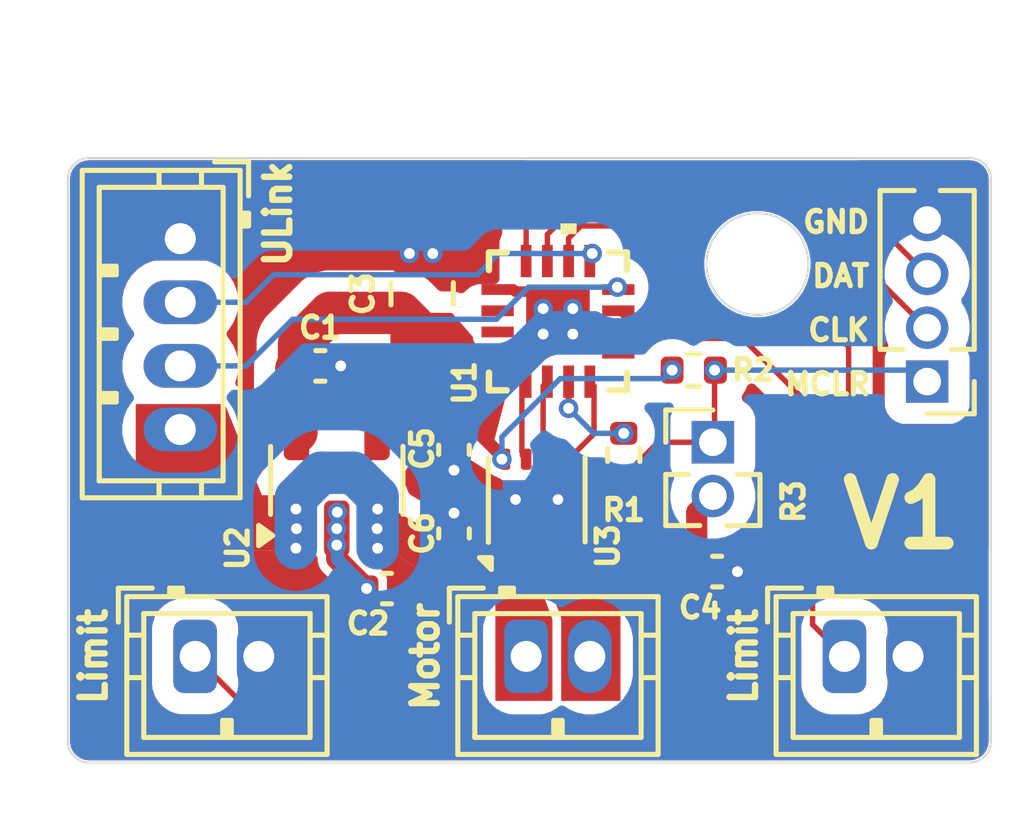
<source format=kicad_pcb>
(kicad_pcb (version 20241229) (generator "pcbnew") (generator_version "9.0")
  (layers (0 "F.Cu" signal) (2 "B.Cu" signal) (13 "F.Paste" user) (15 "B.Paste" user) (5 "F.SilkS" user "F.Silkscreen") (7 "B.SilkS" user "B.Silkscreen") (1 "F.Mask" user) (3 "B.Mask" user) (25 "Edge.Cuts" user))
  (net 0 "")
  (net 1 "VDD")
  (net 3 "GNDREF")
  (net 4 "RC2")
  (net 6 "Net-(J2-Pin_2)")
  (net 7 "Net-(U1-*MCLR{slash}VPP{slash}RA3)")
  (net 9 "RA2")
  (net 12 "Net-(C4-Pad1)")
  (net 13 "SDA")
  (net 14 "SCL")
  (net 15 "Net-(J4-Pin_2)")
  (net 16 "Net-(J4-Pin_1)")
  (net 17 "VDC")
  (net 18 "RA4")
  (net 19 "RC5")
  (net 20 "RA5")
  (net 21 "MCLR")
  (net 22 "Net-(J2-Pin_3)")
  (footprint "Connector_JST:JST_ZH_B4B-ZR_1x04_P1.50mm_Vertical" (layer "F.Cu") (at 148.4 95.65 -90)
    (property "Reference" "J5" (hide yes))
    (property "Value" "ULink")
    (fp_line (start -1.61 2.31) (end 6.11 2.31) (stroke (width 0.12)) (layer "F.SilkS"))
    (fp_line (start 6.11 2.31) (end 6.11 -1.41) (stroke (width 0.12)) (layer "F.SilkS"))
    (fp_line (start -1.21 1.91) (end 5.71 1.91) (stroke (width 0.12)) (layer "F.SilkS"))
    (fp_line (start 0.65 1.91) (end 0.65 1.51) (stroke (width 0.12)) (layer "F.SilkS"))
    (fp_line (start 0.75 1.91) (end 0.75 1.51) (stroke (width 0.12)) (layer "F.SilkS"))
    (fp_line (start 2.15 1.91) (end 2.15 1.51) (stroke (width 0.12)) (layer "F.SilkS"))
    (fp_line (start 2.25 1.91) (end 2.25 1.51) (stroke (width 0.12)) (layer "F.SilkS"))
    (fp_line (start 3.65 1.91) (end 3.65 1.51) (stroke (width 0.12)) (layer "F.SilkS"))
    (fp_line (start 3.75 1.91) (end 3.75 1.51) (stroke (width 0.12)) (layer "F.SilkS"))
    (fp_line (start 5.71 1.91) (end 5.71 -1.01) (stroke (width 0.12)) (layer "F.SilkS"))
    (fp_line (start 0.65 1.51) (end 0.85 1.51) (stroke (width 0.12)) (layer "F.SilkS"))
    (fp_line (start 0.85 1.51) (end 0.85 1.91) (stroke (width 0.12)) (layer "F.SilkS"))
    (fp_line (start 2.15 1.51) (end 2.35 1.51) (stroke (width 0.12)) (layer "F.SilkS"))
    (fp_line (start 2.35 1.51) (end 2.35 1.91) (stroke (width 0.12)) (layer "F.SilkS"))
    (fp_line (start 3.65 1.51) (end 3.85 1.51) (stroke (width 0.12)) (layer "F.SilkS"))
    (fp_line (start 3.85 1.51) (end 3.85 1.91) (stroke (width 0.12)) (layer "F.SilkS"))
    (fp_line (start -1.61 0.5) (end -1.21 0.5) (stroke (width 0.12)) (layer "F.SilkS"))
    (fp_line (start 6.11 0.5) (end 5.71 0.5) (stroke (width 0.12)) (layer "F.SilkS"))
    (fp_line (start -1.61 -0.5) (end -1.21 -0.5) (stroke (width 0.12)) (layer "F.SilkS"))
    (fp_line (start 6.11 -0.5) (end 5.71 -0.5) (stroke (width 0.12)) (layer "F.SilkS"))
    (fp_line (start -1.21 -1.01) (end -1.21 1.91) (stroke (width 0.12)) (layer "F.SilkS"))
    (fp_line (start 5.71 -1.01) (end -1.21 -1.01) (stroke (width 0.12)) (layer "F.SilkS"))
    (fp_line (start -1.61 -1.41) (end -1.61 2.31) (stroke (width 0.12)) (layer "F.SilkS"))
    (fp_line (start -0.3 -1.41) (end -0.3 -1.61) (stroke (width 0.12)) (layer "F.SilkS"))
    (fp_line (start 6.11 -1.41) (end -1.61 -1.41) (stroke (width 0.12)) (layer "F.SilkS"))
    (fp_line (start -0.3 -1.51) (end -0.6 -1.51) (stroke (width 0.12)) (layer "F.SilkS"))
    (fp_line (start -1.81 -1.61) (end -1.81 -0.81) (stroke (width 0.12)) (layer "F.SilkS"))
    (fp_line (start -1.01 -1.61) (end -1.81 -1.61) (stroke (width 0.12)) (layer "F.SilkS"))
    (fp_line (start -0.6 -1.61) (end -0.6 -1.41) (stroke (width 0.12)) (layer "F.SilkS"))
    (fp_line (start -0.3 -1.61) (end -0.6 -1.61) (stroke (width 0.12)) (layer "F.SilkS"))
    (pad "1" thru_hole roundrect (at 0 0 270) (size 1.03 1.73) (drill 0.73) (layers "*.Cu" "*.Mask") (roundrect_rratio 0.242718) (net 3 "GNDREF"))
    (pad "2" thru_hole oval (at 1.5 0 270) (size 1.03 1.73) (drill 0.73) (layers "*.Cu" "*.Mask") (net 14 "SCL"))
    (pad "3" thru_hole oval (at 3 0 270) (size 1.03 1.73) (drill 0.73) (layers "*.Cu" "*.Mask") (net 13 "SDA"))
    (pad "4" thru_hole oval (at 4.5 0 270) (size 1.03 1.73) (drill 0.73) (layers "*.Cu" "*.Mask") (net 17 "VDC"))
  )
  (footprint "Connector_JST:JST_ZH_B2B-ZR_1x02_P1.50mm_Vertical" (layer "F.Cu") (at 148.75 105.5)
    (property "Reference" "J3" (hide yes))
    (property "Value" "LimitSW2")
    (fp_line (start -1.81 -1.61) (end -1.81 -0.81) (stroke (width 0.12)) (layer "F.SilkS"))
    (fp_line (start -1.61 -1.41) (end -1.61 2.31) (stroke (width 0.12)) (layer "F.SilkS"))
    (fp_line (start -1.61 -0.5) (end -1.21 -0.5) (stroke (width 0.12)) (layer "F.SilkS"))
    (fp_line (start -1.61 0.5) (end -1.21 0.5) (stroke (width 0.12)) (layer "F.SilkS"))
    (fp_line (start -1.61 2.31) (end 3.11 2.31) (stroke (width 0.12)) (layer "F.SilkS"))
    (fp_line (start -1.21 -1.01) (end -1.21 1.91) (stroke (width 0.12)) (layer "F.SilkS"))
    (fp_line (start -1.21 1.91) (end 2.71 1.91) (stroke (width 0.12)) (layer "F.SilkS"))
    (fp_line (start -1.01 -1.61) (end -1.81 -1.61) (stroke (width 0.12)) (layer "F.SilkS"))
    (fp_line (start -0.6 -1.61) (end -0.6 -1.41) (stroke (width 0.12)) (layer "F.SilkS"))
    (fp_line (start -0.3 -1.61) (end -0.6 -1.61) (stroke (width 0.12)) (layer "F.SilkS"))
    (fp_line (start -0.3 -1.51) (end -0.6 -1.51) (stroke (width 0.12)) (layer "F.SilkS"))
    (fp_line (start -0.3 -1.41) (end -0.3 -1.61) (stroke (width 0.12)) (layer "F.SilkS"))
    (fp_line (start 0.65 1.51) (end 0.85 1.51) (stroke (width 0.12)) (layer "F.SilkS"))
    (fp_line (start 0.65 1.91) (end 0.65 1.51) (stroke (width 0.12)) (layer "F.SilkS"))
    (fp_line (start 0.75 1.91) (end 0.75 1.51) (stroke (width 0.12)) (layer "F.SilkS"))
    (fp_line (start 0.85 1.51) (end 0.85 1.91) (stroke (width 0.12)) (layer "F.SilkS"))
    (fp_line (start 2.71 -1.01) (end -1.21 -1.01) (stroke (width 0.12)) (layer "F.SilkS"))
    (fp_line (start 2.71 1.91) (end 2.71 -1.01) (stroke (width 0.12)) (layer "F.SilkS"))
    (fp_line (start 3.11 -1.41) (end -1.61 -1.41) (stroke (width 0.12)) (layer "F.SilkS"))
    (fp_line (start 3.11 -0.5) (end 2.71 -0.5) (stroke (width 0.12)) (layer "F.SilkS"))
    (fp_line (start 3.11 0.5) (end 2.71 0.5) (stroke (width 0.12)) (layer "F.SilkS"))
    (fp_line (start 3.11 2.31) (end 3.11 -1.41) (stroke (width 0.12)) (layer "F.SilkS"))
    (pad "1" thru_hole roundrect (at 0 0) (size 1.03 1.73) (drill 0.73) (layers "*.Cu" "*.Mask") (roundrect_rratio 0.242718) (net 9 "RA2"))
    (pad "2" thru_hole oval (at 1.5 0) (size 1.03 1.73) (drill 0.73) (layers "*.Cu" "*.Mask") (net 3 "GNDREF"))
  )
  (footprint "Capacitor_SMD:C_0402_1005Metric" (layer "F.Cu") (at 154.85 102.6 90)
    (property "Reference" "C6" (at 0 -0.75 90) (layer "F.SilkS") (effects (font (size 0.5 0.5))))
    (property "Value" "100n")
    (fp_line (start -0.107836 -0.36) (end 0.107836 -0.36) (stroke (width 0.12)) (layer "F.SilkS"))
    (fp_line (start -0.107836 0.36) (end 0.107836 0.36) (stroke (width 0.12)) (layer "F.SilkS"))
    (pad "1" smd roundrect (at -0.48 0 90) (size 0.56 0.62) (layers "F.Cu" "F.Mask" "F.Paste") (net 17 "VDC"))
    (pad "2" smd roundrect (at 0.48 0 90) (size 0.56 0.62) (layers "F.Cu" "F.Mask" "F.Paste") (net 3 "GNDREF"))
  )
  (footprint "Connector_JST:JST_ZH_B2B-ZR_1x02_P1.50mm_Vertical" (layer "F.Cu") (at 164.05 105.5)
    (property "Reference" "J1" (hide yes))
    (property "Value" "LimitSW1")
    (fp_line (start -1.81 -1.61) (end -1.81 -0.81) (stroke (width 0.12)) (layer "F.SilkS"))
    (fp_line (start -1.61 -1.41) (end -1.61 2.31) (stroke (width 0.12)) (layer "F.SilkS"))
    (fp_line (start -1.61 -0.5) (end -1.21 -0.5) (stroke (width 0.12)) (layer "F.SilkS"))
    (fp_line (start -1.61 0.5) (end -1.21 0.5) (stroke (width 0.12)) (layer "F.SilkS"))
    (fp_line (start -1.61 2.31) (end 3.11 2.31) (stroke (width 0.12)) (layer "F.SilkS"))
    (fp_line (start -1.21 -1.01) (end -1.21 1.91) (stroke (width 0.12)) (layer "F.SilkS"))
    (fp_line (start -1.21 1.91) (end 2.71 1.91) (stroke (width 0.12)) (layer "F.SilkS"))
    (fp_line (start -1.01 -1.61) (end -1.81 -1.61) (stroke (width 0.12)) (layer "F.SilkS"))
    (fp_line (start -0.6 -1.61) (end -0.6 -1.41) (stroke (width 0.12)) (layer "F.SilkS"))
    (fp_line (start -0.3 -1.61) (end -0.6 -1.61) (stroke (width 0.12)) (layer "F.SilkS"))
    (fp_line (start -0.3 -1.51) (end -0.6 -1.51) (stroke (width 0.12)) (layer "F.SilkS"))
    (fp_line (start -0.3 -1.41) (end -0.3 -1.61) (stroke (width 0.12)) (layer "F.SilkS"))
    (fp_line (start 0.65 1.51) (end 0.85 1.51) (stroke (width 0.12)) (layer "F.SilkS"))
    (fp_line (start 0.65 1.91) (end 0.65 1.51) (stroke (width 0.12)) (layer "F.SilkS"))
    (fp_line (start 0.75 1.91) (end 0.75 1.51) (stroke (width 0.12)) (layer "F.SilkS"))
    (fp_line (start 0.85 1.51) (end 0.85 1.91) (stroke (width 0.12)) (layer "F.SilkS"))
    (fp_line (start 2.71 -1.01) (end -1.21 -1.01) (stroke (width 0.12)) (layer "F.SilkS"))
    (fp_line (start 2.71 1.91) (end 2.71 -1.01) (stroke (width 0.12)) (layer "F.SilkS"))
    (fp_line (start 3.11 -1.41) (end -1.61 -1.41) (stroke (width 0.12)) (layer "F.SilkS"))
    (fp_line (start 3.11 -0.5) (end 2.71 -0.5) (stroke (width 0.12)) (layer "F.SilkS"))
    (fp_line (start 3.11 0.5) (end 2.71 0.5) (stroke (width 0.12)) (layer "F.SilkS"))
    (fp_line (start 3.11 2.31) (end 3.11 -1.41) (stroke (width 0.12)) (layer "F.SilkS"))
    (pad "1" thru_hole roundrect (at 0 0) (size 1.03 1.73) (drill 0.73) (layers "*.Cu" "*.Mask") (roundrect_rratio 0.242718) (net 4 "RC2"))
    (pad "2" thru_hole oval (at 1.5 0) (size 1.03 1.73) (drill 0.73) (layers "*.Cu" "*.Mask") (net 3 "GNDREF"))
  )
  (footprint "Capacitor_SMD:C_0402_1005Metric" (layer "F.Cu") (at 153.27 103.9 180)
    (property "Reference" "C2" (at 0.445 -0.825 0) (layer "F.SilkS") (effects (font (size 0.5 0.5))))
    (property "Value" "100n")
    (fp_line (start -0.107836 0.36) (end 0.107836 0.36) (stroke (width 0.12)) (layer "F.SilkS"))
    (fp_line (start -0.107836 -0.36) (end 0.107836 -0.36) (stroke (width 0.12)) (layer "F.SilkS"))
    (pad "1" smd roundrect (at -0.48 0 180) (size 0.56 0.62) (layers "F.Cu" "F.Mask" "F.Paste") (net 17 "VDC"))
    (pad "2" smd roundrect (at 0.48 0 180) (size 0.56 0.62) (layers "F.Cu" "F.Mask" "F.Paste") (net 3 "GNDREF"))
  )
  (footprint "Connector_PinHeader_1.27mm:PinHeader_1x02_P1.27mm_Vertical" (layer "F.Cu") (at 160.95 100.45)
    (property "Reference" "R3" (at 1.9 1.4 90) (layer "F.SilkS") (effects (font (size 0.5 0.5) (thickness 0.125))))
    (property "Value" "0Ω")
    (fp_line (start -1.11 -0.76) (end 0 -0.76) (stroke (width 0.12)) (layer "F.SilkS"))
    (fp_line (start -1.11 0) (end -1.11 -0.76) (stroke (width 0.12)) (layer "F.SilkS"))
    (fp_line (start -1.11 0.76) (end -1.11 1.965) (stroke (width 0.12)) (layer "F.SilkS"))
    (fp_line (start -1.11 0.76) (end -0.563471 0.76) (stroke (width 0.12)) (layer "F.SilkS"))
    (fp_line (start -1.11 1.965) (end -0.30753 1.965) (stroke (width 0.12)) (layer "F.SilkS"))
    (fp_line (start 0.30753 1.965) (end 1.11 1.965) (stroke (width 0.12)) (layer "F.SilkS"))
    (fp_line (start 0.563471 0.76) (end 1.11 0.76) (stroke (width 0.12)) (layer "F.SilkS"))
    (fp_line (start 1.11 0.76) (end 1.11 1.965) (stroke (width 0.12)) (layer "F.SilkS"))
    (pad "1" thru_hole rect (at 0 0) (size 1 1) (drill 0.65) (layers "*.Cu" "*.Mask") (net 21 "MCLR"))
    (pad "2" thru_hole oval (at 0 1.27) (size 1 1) (drill 0.65) (layers "*.Cu" "*.Mask") (net 12 "Net-(C4-Pad1)"))
  )
  (footprint "Capacitor_SMD:C_0402_1005Metric" (layer "F.Cu") (at 151.7 98.65)
    (property "Reference" "C1" (at 0 -0.9 0) (layer "F.SilkS") (effects (font (size 0.5 0.5))))
    (property "Value" "100n")
    (fp_line (start -0.107836 -0.36) (end 0.107836 -0.36) (stroke (width 0.12)) (layer "F.SilkS"))
    (fp_line (start -0.107836 0.36) (end 0.107836 0.36) (stroke (width 0.12)) (layer "F.SilkS"))
    (pad "1" smd roundrect (at -0.48 0) (size 0.56 0.62) (layers "F.Cu" "F.Mask" "F.Paste") (net 1 "VDD"))
    (pad "2" smd roundrect (at 0.48 0) (size 0.56 0.62) (layers "F.Cu" "F.Mask" "F.Paste") (net 3 "GNDREF"))
  )
  (footprint "Capacitor_SMD:C_0805_2012Metric" (layer "F.Cu") (at 154.1 96.95 -90)
    (property "Reference" "C3" (at 0 1.4 270) (layer "F.SilkS") (effects (font (size 0.5 0.5))))
    (property "Value" "10µ")
    (fp_line (start -0.261252 0.735) (end 0.261252 0.735) (stroke (width 0.12)) (layer "F.SilkS"))
    (fp_line (start -0.261252 -0.735) (end 0.261252 -0.735) (stroke (width 0.12)) (layer "F.SilkS"))
    (pad "1" smd roundrect (at -0.95 0 270) (size 1 1.45) (layers "F.Cu" "F.Mask" "F.Paste") (net 3 "GNDREF"))
    (pad "2" smd roundrect (at 0.95 0 270) (size 1 1.45) (layers "F.Cu" "F.Mask" "F.Paste") (net 1 "VDD"))
  )
  (footprint "Custom:QFN16_MG_MCH" (layer "F.Cu") (at 157.3 97.6 90)
    (property "Reference" "U1" (at -1.45 -2.2 90) (layer "F.SilkS") (effects (font (size 0.5 0.5))))
    (property "Value" "PIC16F15223-I/MG")
    (fp_line (start 1.6256 -1.6256) (end 1.209741 -1.6256) (stroke (width 0.1524)) (layer "F.SilkS"))
    (fp_line (start -1.209741 -1.6256) (end -1.6256 -1.6256) (stroke (width 0.1524)) (layer "F.SilkS"))
    (fp_line (start -1.6256 -1.6256) (end -1.6256 -1.209741) (stroke (width 0.1524)) (layer "F.SilkS"))
    (fp_line (start 1.6256 -1.209741) (end 1.6256 -1.6256) (stroke (width 0.1524)) (layer "F.SilkS"))
    (fp_line (start -1.6256 1.209741) (end -1.6256 1.6256) (stroke (width 0.1524)) (layer "F.SilkS"))
    (fp_line (start 1.6256 1.6256) (end 1.6256 1.209741) (stroke (width 0.1524)) (layer "F.SilkS"))
    (fp_line (start 1.209741 1.6256) (end 1.6256 1.6256) (stroke (width 0.1524)) (layer "F.SilkS"))
    (fp_line (start -1.6256 1.6256) (end -1.209741 1.6256) (stroke (width 0.1524)) (layer "F.SilkS"))
    (fp_poly (pts (xy 2.3114 0.059499) (xy 2.3114 0.4405) (xy 2.0574 0.4405) (xy 2.0574 0.059499)) (fill yes) (layer "F.SilkS"))
    (pad "1" smd rect (at -1.4224 -0.750001 180) (size 0.254 0.762) (layers "F.Cu" "F.Mask" "F.Paste") (net 20 "RA5"))
    (pad "2" smd rect (at -1.4224 -0.25 180) (size 0.254 0.762) (layers "F.Cu" "F.Mask" "F.Paste") (net 18 "RA4"))
    (pad "3" smd rect (at -1.4224 0.25 180) (size 0.254 0.762) (layers "F.Cu" "F.Mask" "F.Paste") (net 7 "Net-(U1-*MCLR{slash}VPP{slash}RA3)"))
    (pad "4" smd rect (at -1.4224 0.750001 180) (size 0.254 0.762) (layers "F.Cu" "F.Mask" "F.Paste") (net 19 "RC5"))
    (pad "5" smd rect (at -0.750001 1.4224 90) (size 0.254 0.762) (layers "F.Cu" "F.Mask" "F.Paste"))
    (pad "6" smd rect (at -0.25 1.4224 90) (size 0.254 0.762) (layers "F.Cu" "F.Mask" "F.Paste"))
    (pad "7" smd rect (at 0.25 1.4224 90) (size 0.254 0.762) (layers "F.Cu" "F.Mask" "F.Paste") (net 4 "RC2"))
    (pad "8" smd rect (at 0.750001 1.4224 90) (size 0.254 0.762) (layers "F.Cu" "F.Mask" "F.Paste") (net 13 "SDA"))
    (pad "9" smd rect (at 1.4224 0.750001 180) (size 0.254 0.762) (layers "F.Cu" "F.Mask" "F.Paste") (net 14 "SCL"))
    (pad "10" smd rect (at 1.4224 0.25 180) (size 0.254 0.762) (layers "F.Cu" "F.Mask" "F.Paste") (net 9 "RA2"))
    (pad "11" smd rect (at 1.4224 -0.25 180) (size 0.254 0.762) (layers "F.Cu" "F.Mask" "F.Paste") (net 6 "Net-(J2-Pin_2)"))
    (pad "12" smd rect (at 1.4224 -0.750001 180) (size 0.254 0.762) (layers "F.Cu" "F.Mask" "F.Paste") (net 22 "Net-(J2-Pin_3)"))
    (pad "13" smd rect (at 0.750001 -1.4224 90) (size 0.254 0.762) (layers "F.Cu" "F.Mask" "F.Paste") (net 3 "GNDREF"))
    (pad "14" smd rect (at 0.25 -1.4224 90) (size 0.254 0.762) (layers "F.Cu" "F.Mask" "F.Paste"))
    (pad "15" smd rect (at -0.25 -1.4224 90) (size 0.254 0.762) (layers "F.Cu" "F.Mask" "F.Paste"))
    (pad "16" smd rect (at -0.750001 -1.4224 90) (size 0.254 0.762) (layers "F.Cu" "F.Mask" "F.Paste") (net 1 "VDD"))
    (pad "17" smd rect (at 0 0 90) (size 1.4986 1.4986) (layers "F.Cu" "F.Mask" "F.Paste") (net 3 "GNDREF"))
  )
  (footprint "Connector_PinHeader_1.27mm:PinHeader_1x04_P1.27mm_Vertical" (layer "F.Cu") (at 166 99.02 180)
    (property "Reference" "J2" (hide yes))
    (property "Value" "ICSP")
    (fp_line (start 1.11 0.76) (end 1.11 4.505) (stroke (width 0.12)) (layer "F.SilkS"))
    (fp_line (start 0.563471 0.76) (end 1.11 0.76) (stroke (width 0.12)) (layer "F.SilkS"))
    (fp_line (start 0.30753 4.505) (end 1.11 4.505) (stroke (width 0.12)) (layer "F.SilkS"))
    (fp_line (start -1.11 4.505) (end -0.30753 4.505) (stroke (width 0.12)) (layer "F.SilkS"))
    (fp_line (start -1.11 0.76) (end -0.563471 0.76) (stroke (width 0.12)) (layer "F.SilkS"))
    (fp_line (start -1.11 0.76) (end -1.11 4.505) (stroke (width 0.12)) (layer "F.SilkS"))
    (fp_line (start -1.11 0) (end -1.11 -0.76) (stroke (width 0.12)) (layer "F.SilkS"))
    (fp_line (start -1.11 -0.76) (end 0 -0.76) (stroke (width 0.12)) (layer "F.SilkS"))
    (pad "1" thru_hole rect (at 0 0 180) (size 1 1) (drill 0.65) (layers "*.Cu" "*.Mask") (net 21 "MCLR"))
    (pad "2" thru_hole oval (at 0 1.27 180) (size 1 1) (drill 0.65) (layers "*.Cu" "*.Mask") (net 6 "Net-(J2-Pin_2)"))
    (pad "3" thru_hole oval (at 0 2.54 180) (size 1 1) (drill 0.65) (layers "*.Cu" "*.Mask") (net 22 "Net-(J2-Pin_3)"))
    (pad "4" thru_hole oval (at 0 3.81 180) (size 1 1) (drill 0.65) (layers "*.Cu" "*.Mask") (net 3 "GNDREF"))
  )
  (footprint "Capacitor_SMD:C_0402_1005Metric" (layer "F.Cu") (at 154.85 100.63 90)
    (property "Reference" "C5" (at 0.03 -0.75 90) (layer "F.SilkS") (effects (font (size 0.5 0.5))))
    (property "Value" "100n")
    (fp_line (start -0.107836 -0.36) (end 0.107836 -0.36) (stroke (width 0.12)) (layer "F.SilkS"))
    (fp_line (start -0.107836 0.36) (end 0.107836 0.36) (stroke (width 0.12)) (layer "F.SilkS"))
    (pad "1" smd roundrect (at -0.48 0 90) (size 0.56 0.62) (layers "F.Cu" "F.Mask" "F.Paste") (net 3 "GNDREF"))
    (pad "2" smd roundrect (at 0.48 0 90) (size 0.56 0.62) (layers "F.Cu" "F.Mask" "F.Paste") (net 1 "VDD"))
  )
  (footprint "Package_SON:WSON-8-1EP_2x2mm_P0.5mm_EP0.9x1.6mm_ThermalVias" (layer "F.Cu") (at 156.8 101.8 90)
    (property "Reference" "U3" (at -1.1 1.675 90) (layer "F.SilkS") (effects (font (size 0.5 0.5) (thickness 0.125))))
    (property "Value" "DRV8837")
    (fp_line (start -1.01 -1.14) (end 0.99 -1.14) (stroke (width 0.12)) (layer "F.SilkS"))
    (fp_line (start -1 1.14) (end 1 1.14) (stroke (width 0.12)) (layer "F.SilkS"))
    (fp_poly (pts (xy -1.37 -1.07) (xy -1.65 -1.07) (xy -1.37 -1.35) (xy -1.37 -1.07)) (stroke (width 0.12)) (fill yes) (layer "F.SilkS"))
    (pad "1" smd roundrect (at -0.95 -0.75 90) (size 0.5 0.25) (layers "F.Cu" "F.Mask" "F.Paste") (net 17 "VDC"))
    (pad "2" smd roundrect (at -0.95 -0.25 90) (size 0.5 0.25) (layers "F.Cu" "F.Mask" "F.Paste") (net 16 "Net-(J4-Pin_1)"))
    (pad "3" smd roundrect (at -0.95 0.25 90) (size 0.5 0.25) (layers "F.Cu" "F.Mask" "F.Paste") (net 15 "Net-(J4-Pin_2)"))
    (pad "4" smd roundrect (at -0.95 0.75 90) (size 0.5 0.25) (layers "F.Cu" "F.Mask" "F.Paste") (net 3 "GNDREF"))
    (pad "5" smd roundrect (at 0.95 0.75 90) (size 0.5 0.25) (layers "F.Cu" "F.Mask" "F.Paste") (net 19 "RC5"))
    (pad "6" smd roundrect (at 0.95 0.25 90) (size 0.5 0.25) (layers "F.Cu" "F.Mask" "F.Paste") (net 18 "RA4"))
    (pad "7" smd roundrect (at 0.95 -0.25 90) (size 0.5 0.25) (layers "F.Cu" "F.Mask" "F.Paste") (net 20 "RA5"))
    (pad "8" smd roundrect (at 0.95 -0.75 90) (size 0.5 0.25) (layers "F.Cu" "F.Mask" "F.Paste") (net 1 "VDD"))
    (pad "9" thru_hole circle (at 0 -0.5 90) (size 0.6 0.6) (drill 0.25) (property pad_prop_heatsink) (layers "*.Cu") (net 3 "GNDREF"))
    (pad "9" smd rect (at 0 0 90) (size 0.9 1.6) (layers "F.Cu" "F.Mask") (net 3 "GNDREF"))
    (pad "9" smd rect (at 0 0 90) (size 0.9 1.6) (layers "B.Cu") (net 3 "GNDREF"))
    (pad "9" thru_hole circle (at 0 0.5 90) (size 0.6 0.6) (drill 0.25) (property pad_prop_heatsink) (layers "*.Cu") (net 3 "GNDREF"))
  )
  (footprint "Package_TO_SOT_SMD:SOT-23-5" (layer "F.Cu") (at 152.0875 101.35 90)
    (property "Reference" "U2" (at -1.6 -2.3375 90) (layer "F.SilkS") (effects (font (size 0.5 0.5))))
    (property "Value" "TLV75733PDBV")
    (fp_line (start 0 -1.56) (end 0.8 -1.56) (stroke (width 0.12)) (layer "F.SilkS"))
    (fp_line (start 0 -1.56) (end -0.8 -1.56) (stroke (width 0.12)) (layer "F.SilkS"))
    (fp_line (start 0 1.56) (end 0.8 1.56) (stroke (width 0.12)) (layer "F.SilkS"))
    (fp_line (start 0 1.56) (end -0.8 1.56) (stroke (width 0.12)) (layer "F.SilkS"))
    (fp_poly (pts (xy -1.3 -1.51) (xy -1.54 -1.84) (xy -1.06 -1.84) (xy -1.3 -1.51)) (stroke (width 0.12)) (fill yes) (layer "F.SilkS"))
    (pad "1" smd roundrect (at -1.1375 -0.95 90) (size 1.325 0.6) (layers "F.Cu" "F.Mask" "F.Paste") (net 17 "VDC"))
    (pad "2" smd roundrect (at -1.1375 0 90) (size 1.325 0.6) (layers "F.Cu" "F.Mask" "F.Paste") (net 3 "GNDREF"))
    (pad "3" smd roundrect (at -1.1375 0.95 90) (size 1.325 0.6) (layers "F.Cu" "F.Mask" "F.Paste") (net 17 "VDC"))
    (pad "4" smd roundrect (at 1.1375 0.95 90) (size 1.325 0.6) (layers "F.Cu" "F.Mask" "F.Paste"))
    (pad "5" smd roundrect (at 1.1375 -0.95 90) (size 1.325 0.6) (layers "F.Cu" "F.Mask" "F.Paste") (net 1 "VDD"))
  )
  (footprint "Capacitor_SMD:C_0402_1005Metric" (layer "F.Cu") (at 161.05 103.5)
    (property "Reference" "C4" (at -0.4 0.85 180) (layer "F.SilkS") (effects (font (size 0.5 0.5))))
    (property "Value" "10n")
    (fp_line (start -0.107836 -0.36) (end 0.107836 -0.36) (stroke (width 0.12)) (layer "F.SilkS"))
    (fp_line (start -0.107836 0.36) (end 0.107836 0.36) (stroke (width 0.12)) (layer "F.SilkS"))
    (pad "1" smd roundrect (at -0.48 0) (size 0.56 0.62) (layers "F.Cu" "F.Mask" "F.Paste") (net 12 "Net-(C4-Pad1)"))
    (pad "2" smd roundrect (at 0.48 0) (size 0.56 0.62) (layers "F.Cu" "F.Mask" "F.Paste") (net 3 "GNDREF"))
  )
  (footprint "Resistor_SMD:R_0402_1005Metric" (layer "F.Cu") (at 158.85 100.75 90)
    (property "Reference" "R1" (at -1.3 0 180) (layer "F.SilkS") (effects (font (size 0.5 0.5))))
    (property "Value" "100Ω")
    (fp_line (start -0.153641 -0.38) (end 0.153641 -0.38) (stroke (width 0.12)) (layer "F.SilkS"))
    (fp_line (start -0.153641 0.38) (end 0.153641 0.38) (stroke (width 0.12)) (layer "F.SilkS"))
    (pad "1" smd roundrect (at -0.51 0 90) (size 0.54 0.64) (layers "F.Cu" "F.Mask" "F.Paste") (net 21 "MCLR"))
    (pad "2" smd roundrect (at 0.51 0 90) (size 0.54 0.64) (layers "F.Cu" "F.Mask" "F.Paste") (net 7 "Net-(U1-*MCLR{slash}VPP{slash}RA3)"))
  )
  (footprint "Connector_JST:JST_ZH_B2B-ZR_1x02_P1.50mm_Vertical" (layer "F.Cu") (at 156.55 105.5)
    (property "Reference" "J4" (hide yes))
    (property "Value" "Motor")
    (fp_line (start -1.81 -1.61) (end -1.81 -0.81) (stroke (width 0.12)) (layer "F.SilkS"))
    (fp_line (start -1.61 -1.41) (end -1.61 2.31) (stroke (width 0.12)) (layer "F.SilkS"))
    (fp_line (start -1.61 -0.5) (end -1.21 -0.5) (stroke (width 0.12)) (layer "F.SilkS"))
    (fp_line (start -1.61 0.5) (end -1.21 0.5) (stroke (width 0.12)) (layer "F.SilkS"))
    (fp_line (start -1.61 2.31) (end 3.11 2.31) (stroke (width 0.12)) (layer "F.SilkS"))
    (fp_line (start -1.21 -1.01) (end -1.21 1.91) (stroke (width 0.12)) (layer "F.SilkS"))
    (fp_line (start -1.21 1.91) (end 2.71 1.91) (stroke (width 0.12)) (layer "F.SilkS"))
    (fp_line (start -1.01 -1.61) (end -1.81 -1.61) (stroke (width 0.12)) (layer "F.SilkS"))
    (fp_line (start -0.6 -1.61) (end -0.6 -1.41) (stroke (width 0.12)) (layer "F.SilkS"))
    (fp_line (start -0.3 -1.61) (end -0.6 -1.61) (stroke (width 0.12)) (layer "F.SilkS"))
    (fp_line (start -0.3 -1.51) (end -0.6 -1.51) (stroke (width 0.12)) (layer "F.SilkS"))
    (fp_line (start -0.3 -1.41) (end -0.3 -1.61) (stroke (width 0.12)) (layer "F.SilkS"))
    (fp_line (start 0.65 1.51) (end 0.85 1.51) (stroke (width 0.12)) (layer "F.SilkS"))
    (fp_line (start 0.65 1.91) (end 0.65 1.51) (stroke (width 0.12)) (layer "F.SilkS"))
    (fp_line (start 0.75 1.91) (end 0.75 1.51) (stroke (width 0.12)) (layer "F.SilkS"))
    (fp_line (start 0.85 1.51) (end 0.85 1.91) (stroke (width 0.12)) (layer "F.SilkS"))
    (fp_line (start 2.71 -1.01) (end -1.21 -1.01) (stroke (width 0.12)) (layer "F.SilkS"))
    (fp_line (start 2.71 1.91) (end 2.71 -1.01) (stroke (width 0.12)) (layer "F.SilkS"))
    (fp_line (start 3.11 -1.41) (end -1.61 -1.41) (stroke (width 0.12)) (layer "F.SilkS"))
    (fp_line (start 3.11 -0.5) (end 2.71 -0.5) (stroke (width 0.12)) (layer "F.SilkS"))
    (fp_line (start 3.11 0.5) (end 2.71 0.5) (stroke (width 0.12)) (layer "F.SilkS"))
    (fp_line (start 3.11 2.31) (end 3.11 -1.41) (stroke (width 0.12)) (layer "F.SilkS"))
    (pad "1" thru_hole roundrect (at 0 0) (size 1.03 1.73) (drill 0.73) (layers "*.Cu" "*.Mask") (roundrect_rratio 0.242718) (net 16 "Net-(J4-Pin_1)"))
    (pad "2" thru_hole oval (at 1.5 0) (size 1.03 1.73) (drill 0.73) (layers "*.Cu" "*.Mask") (net 15 "Net-(J4-Pin_2)"))
  )
  (footprint "Resistor_SMD:R_0402_1005Metric" (layer "F.Cu") (at 160.5 98.75)
    (property "Reference" "R2" (at 1.4 0 0) (layer "F.SilkS") (effects (font (size 0.5 0.5))))
    (property "Value" "10k")
    (fp_line (start -0.153641 -0.38) (end 0.153641 -0.38) (stroke (width 0.12)) (layer "F.SilkS"))
    (fp_line (start -0.153641 0.38) (end 0.153641 0.38) (stroke (width 0.12)) (layer "F.SilkS"))
    (pad "1" smd roundrect (at -0.51 0) (size 0.54 0.64) (layers "F.Cu" "F.Mask" "F.Paste") (net 1 "VDD"))
    (pad "2" smd roundrect (at 0.51 0) (size 0.54 0.64) (layers "F.Cu" "F.Mask" "F.Paste") (net 21 "MCLR"))
  )
  (gr_arc (start 146.25 108) (mid 145.896447 107.853553) (end 145.75 107.5) (stroke (width 0.05)) (layer "Edge.Cuts"))
  (gr_line (start 167.5 107.5) (end 167.5 94.25) (stroke (width 0.05)) (layer "Edge.Cuts"))
  (gr_line (start 146.25 108) (end 167 108) (stroke (width 0.05)) (layer "Edge.Cuts"))
  (gr_arc (start 167.5 107.5) (mid 167.353553 107.853553) (end 167 108) (stroke (width 0.05)) (layer "Edge.Cuts"))
  (gr_arc (start 145.75 94.25) (mid 145.896447 93.896447) (end 146.25 93.75) (stroke (width 0.05)) (layer "Edge.Cuts"))
  (gr_arc (start 167 93.75) (mid 167.353553 93.896447) (end 167.5 94.25) (stroke (width 0.05)) (layer "Edge.Cuts"))
  (gr_line (start 167 93.75) (end 146.25 93.75) (stroke (width 0.05)) (layer "Edge.Cuts"))
  (gr_circle (center 162 96.25) (end 162 95.05) (stroke (width 0.05)) (fill no) (layer "Edge.Cuts"))
  (gr_line (start 145.75 94.25) (end 145.75 107.5) (stroke (width 0.05)) (layer "Edge.Cuts"))
  (gr_text "ULink" (at 151.05 96.375 90) (layer "F.SilkS") (effects (font (size 0.6 0.6)) (justify left bottom)))
  (gr_text "MCLR" (at 164.725 99.375 0) (layer "F.SilkS") (effects (font (size 0.5 0.5) (thickness 0.125)) (justify right bottom)))
  (gr_text "DAT" (at 164.7 96.825 0) (layer "F.SilkS") (effects (font (size 0.5 0.5) (thickness 0.125)) (justify right bottom)))
  (gr_text "GND" (at 164.7 95.55 0) (layer "F.SilkS") (effects (font (size 0.5 0.5) (thickness 0.125)) (justify right bottom)))
  (gr_text "V1" (at 165.4 102.15 0) (layer "F.SilkS") (effects (font (size 1.5 1.5) (thickness 0.3) (bold yes))))
  (gr_text "CLK" (at 164.7 98.1 0) (layer "F.SilkS") (effects (font (size 0.5 0.5) (thickness 0.125)) (justify right bottom)))
  (gr_text "Limit" (at 146.7 105.5 90) (layer "F.SilkS") (effects (font (size 0.6 0.6)) (justify bottom)))
  (gr_text "Motor" (at 154.525 105.5 90) (layer "F.SilkS") (effects (font (size 0.6 0.6)) (justify bottom)))
  (gr_text "Limit" (at 162.025 105.5 90) (layer "F.SilkS") (effects (font (size 0.6 0.6)) (justify bottom)))
  (segment (start 153.600062 97.400062) (end 151.926702 97.400062) (width 1) (layer "F.Cu") (net 1))
  (segment (start 155.35 100.15) (end 154.85 100.15) (width 0.3) (layer "F.Cu") (net 1))
  (segment (start 151.1375 100.2125) (end 151.1375 98.7115) (width 1) (layer "F.Cu") (net 1))
  (segment (start 154.1 97.9) (end 153.600062 97.400062) (width 1) (layer "F.Cu") (net 1))
  (segment (start 151.926702 97.400062) (end 151.199 98.127764) (width 1) (layer "F.Cu") (net 1))
  (segment (start 151.1375 98.7115) (end 151.199 98.65) (width 1) (layer "F.Cu") (net 1))
  (segment (start 151.199 98.127764) (end 151.199 98.65) (width 1) (layer "F.Cu") (net 1))
  (segment (start 156.05 100.85) (end 155.35 100.15) (width 0.3) (layer "F.Cu") (net 1))
  (via (at 159.99 98.75) (size 0.459) (drill 0.255) (layers "F.Cu" "B.Cu") (net 1))
  (via (at 155.97891 100.850202) (size 0.459) (drill 0.255) (layers "F.Cu" "B.Cu") (net 1))
  (segment (start 157.35 98.95) (end 155.97891 100.32109) (width 0.128) (layer "B.Cu") (net 1))
  (segment (start 159.99 98.75) (end 159.79 98.95) (width 0.128) (layer "B.Cu") (net 1))
  (segment (start 155.97891 100.32109) (end 155.97891 100.850202) (width 0.128) (layer "B.Cu") (net 1))
  (segment (start 159.79 98.95) (end 157.35 98.95) (width 0.128) (layer "B.Cu") (net 1))
  (segment (start 157.05 97.35) (end 157.3 97.6) (width 0.25) (layer "F.Cu") (net 3))
  (segment (start 156.95 97.3) (end 157 97.35) (width 0.25) (layer "F.Cu") (net 3))
  (segment (start 152.79 103.9) (end 152.0875 103.1975) (width 0.5) (layer "F.Cu") (net 3))
  (segment (start 152.0875 102.875) (end 152.0875 102.4875) (width 0.5) (layer "F.Cu") (net 3))
  (segment (start 156.95 97.3) (end 156.95 97.25) (width 0.25) (layer "F.Cu") (net 3))
  (segment (start 156.249999 96.849999) (end 155.8776 96.849999) (width 0.25) (layer "F.Cu") (net 3))
  (segment (start 152.0875 103.1975) (end 152.0875 102.875) (width 0.5) (layer "F.Cu") (net 3))
  (segment (start 156.297 96.897) (end 156.249999 96.849999) (width 0.25) (layer "F.Cu") (net 3))
  (segment (start 156.597 96.897) (end 156.297 96.897) (width 0.25) (layer "F.Cu") (net 3))
  (segment (start 157 97.35) (end 157.05 97.35) (width 0.25) (layer "F.Cu") (net 3))
  (segment (start 156.95 97.25) (end 156.597 96.897) (width 0.25) (layer "F.Cu") (net 3))
  (via (at 154.85 101.11) (size 0.459) (drill 0.255) (layers "F.Cu" "B.Cu") (net 3))
  (via (at 156.95 97.9) (size 0.459) (drill 0.255) (layers "F.Cu" "B.Cu") (net 3))
  (via (at 152.79 103.9) (size 0.459) (drill 0.255) (layers "F.Cu" "B.Cu") (net 3))
  (via (at 154.35 96) (size 0.459) (drill 0.255) (layers "F.Cu" "B.Cu") (net 3))
  (via (at 153.8 96) (size 0.459) (drill 0.255) (layers "F.Cu" "B.Cu") (net 3))
  (via (at 152.0875 102.875) (size 0.459) (drill 0.255) (layers "F.Cu" "B.Cu") (net 3))
  (via (at 157.65 97.9) (size 0.459) (drill 0.255) (layers "F.Cu" "B.Cu") (net 3))
  (via (at 157.65 97.3) (size 0.459) (drill 0.255) (layers "F.Cu" "B.Cu") (net 3))
  (via (at 152.1 102.1) (size 0.459) (drill 0.255) (layers "F.Cu" "B.Cu") (net 3))
  (via (at 161.53 103.5) (size 0.459) (drill 0.255) (layers "F.Cu" "B.Cu") (net 3))
  (via (at 156.95 97.3) (size 0.459) (drill 0.255) (layers "F.Cu" "B.Cu") (net 3))
  (via (at 154.85 102.12) (size 0.459) (drill 0.255) (layers "F.Cu" "B.Cu") (net 3))
  (via (at 152.18 98.65) (size 0.459) (drill 0.255) (layers "F.Cu" "B.Cu") (net 3))
  (via (at 152.0875 102.4875) (size 0.459) (drill 0.255) (layers "F.Cu" "B.Cu") (net 3))
  (segment (start 152.1 103.21) (end 152.79 103.9) (width 0.3) (layer "B.Cu") (net 3))
  (segment (start 152.1 102.1) (end 152.1 103.21) (width 0.3) (layer "B.Cu") (net 3))
  (segment (start 164.05 105.5) (end 163.3 104.75) (width 0.128) (layer "F.Cu") (net 4))
  (segment (start 160.058 97.458) (end 158.8304 97.458) (width 0.128) (layer "F.Cu") (net 4))
  (segment (start 163.3 99.65) (end 161.65 98) (width 0.128) (layer "F.Cu") (net 4))
  (segment (start 160.6 98) (end 160.058 97.458) (width 0.128) (layer "F.Cu") (net 4))
  (segment (start 161.65 98) (end 160.6 98) (width 0.128) (layer "F.Cu") (net 4))
  (segment (start 158.8304 97.458) (end 158.7224 97.35) (width 0.128) (layer "F.Cu") (net 4))
  (segment (start 163.3 104.75) (end 163.3 99.65) (width 0.128) (layer "F.Cu") (net 4))
  (segment (start 157.05 95.55) (end 157.975 94.625) (width 0.128) (layer "F.Cu") (net 6))
  (segment (start 165.975 97.75) (end 166 97.75) (width 0.128) (layer "F.Cu") (net 6))
  (segment (start 157.975 94.625) (end 162.85 94.625) (width 0.128) (layer "F.Cu") (net 6))
  (segment (start 157.05 96.1776) (end 157.05 95.55) (width 0.128) (layer "F.Cu") (net 6))
  (segment (start 162.85 94.625) (end 165.975 97.75) (width 0.128) (layer "F.Cu") (net 6))
  (segment (start 157.55 99.0224) (end 157.55 99.65) (width 0.128) (layer "F.Cu") (net 7))
  (via (at 158.85 100.24) (size 0.459) (drill 0.255) (layers "F.Cu" "B.Cu") (net 7))
  (via (at 157.55 99.65) (size 0.459) (drill 0.255) (layers "F.Cu" "B.Cu") (net 7))
  (segment (start 157.55 99.65) (end 158.14 100.24) (width 0.128) (layer "B.Cu") (net 7))
  (segment (start 158.14 100.24) (end 158.85 100.24) (width 0.128) (layer "B.Cu") (net 7))
  (segment (start 157.839601 95.35) (end 157.55 95.639601) (width 0.128) (layer "F.Cu") (net 9))
  (segment (start 163.55 97.6) (end 160.9 97.6) (width 0.128) (layer "F.Cu") (net 9))
  (segment (start 164.15 100.7) (end 164.15 98.2) (width 0.128) (layer "F.Cu") (net 9))
  (segment (start 148.75 105.5) (end 150.35 107.1) (width 0.128) (layer "F.Cu") (net 9))
  (segment (start 160.9 97.6) (end 158.65 95.35) (width 0.128) (layer "F.Cu") (net 9))
  (segment (start 164.15 98.2) (end 163.55 97.6) (width 0.128) (layer "F.Cu") (net 9))
  (segment (start 165.8 107.1) (end 166.75 106.15) (width 0.128) (layer "F.Cu") (net 9))
  (segment (start 166.75 106.15) (end 166.75 103.3) (width 0.128) (layer "F.Cu") (net 9))
  (segment (start 158.65 95.35) (end 157.839601 95.35) (width 0.128) (layer "F.Cu") (net 9))
  (segment (start 157.55 95.639601) (end 157.55 96.1776) (width 0.128) (layer "F.Cu") (net 9))
  (segment (start 166.75 103.3) (end 164.15 100.7) (width 0.128) (layer "F.Cu") (net 9))
  (segment (start 150.35 107.1) (end 165.8 107.1) (width 0.128) (layer "F.Cu") (net 9))
  (segment (start 160.57 103.5) (end 160.57 102.1) (width 0.5) (layer "F.Cu") (net 12))
  (segment (start 160.57 102.1) (end 160.95 101.72) (width 0.5) (layer "F.Cu") (net 12))
  (segment (start 158.7224 96.815898) (end 158.7 96.793498) (width 0.128) (layer "F.Cu") (net 13))
  (segment (start 158.7224 96.849999) (end 158.7224 96.815898) (width 0.128) (layer "F.Cu") (net 13))
  (via (at 158.7 96.793498) (size 0.459) (drill 0.255) (layers "F.Cu" "B.Cu") (net 13))
  (segment (start 158.7 96.793498) (end 156.606502 96.793498) (width 0.128) (layer "B.Cu") (net 13))
  (segment (start 155.85 97.55) (end 151.05 97.55) (width 0.128) (layer "B.Cu") (net 13))
  (segment (start 149.95 98.65) (end 148.4 98.65) (width 0.128) (layer "B.Cu") (net 13))
  (segment (start 156.606502 96.793498) (end 155.85 97.55) (width 0.128) (layer "B.Cu") (net 13))
  (segment (start 151.05 97.55) (end 149.95 98.65) (width 0.128) (layer "B.Cu") (net 13))
  (segment (start 158.050001 96.056501) (end 158.106502 96) (width 0.128) (layer "F.Cu") (net 14))
  (segment (start 158.050001 96.1776) (end 158.050001 96.056501) (width 0.128) (layer "F.Cu") (net 14))
  (via (at 158.106502 96) (size 0.459) (drill 0.255) (layers "F.Cu" "B.Cu") (net 14))
  (segment (start 155.4 96.5) (end 150.6 96.5) (width 0.128) (layer "B.Cu") (net 14))
  (segment (start 155.9 96) (end 155.4 96.5) (width 0.128) (layer "B.Cu") (net 14))
  (segment (start 150.6 96.5) (end 149.95 97.15) (width 0.128) (layer "B.Cu") (net 14))
  (segment (start 149.95 97.15) (end 148.4 97.15) (width 0.128) (layer "B.Cu") (net 14))
  (segment (start 158.106502 96) (end 155.9 96) (width 0.128) (layer "B.Cu") (net 14))
  (segment (start 153.05 101.837501) (end 153.05 102.025) (width 0.5) (layer "F.Cu") (net 17))
  (segment (start 151.125 102.025) (end 151.125 101.9334) (width 0.5) (layer "F.Cu") (net 17))
  (segment (start 151.125 101.9334) (end 151.6844 101.374) (width 0.5) (layer "F.Cu") (net 17))
  (segment (start 151.6844 101.374) (end 152.586499 101.374) (width 0.5) (layer "F.Cu") (net 17))
  (segment (start 152.586499 101.374) (end 153.05 101.837501) (width 0.5) (layer "F.Cu") (net 17))
  (via (at 153.05 102.025) (size 0.459) (drill 0.255) (layers "F.Cu" "B.Cu") (net 17))
  (via (at 151.1375 102.4875) (size 0.459) (drill 0.255) (layers "F.Cu" "B.Cu") (net 17))
  (via (at 151.125 102.95) (size 0.459) (drill 0.255) (layers "F.Cu" "B.Cu") (net 17))
  (via (at 153.0375 102.4875) (size 0.459) (drill 0.255) (layers "F.Cu" "B.Cu") (net 17))
  (via (at 151.125 102.025) (size 0.459) (drill 0.255) (layers "F.Cu" "B.Cu") (net 17))
  (via (at 153.05 102.95) (size 0.459) (drill 0.255) (layers "F.Cu" "B.Cu") (net 17))
  (segment (start 151.125 101.759074) (end 151.714574 101.1695) (width 1) (layer "B.Cu") (net 17))
  (segment (start 151.125 102.95) (end 151.125 101.759074) (width 1) (layer "B.Cu") (net 17))
  (segment (start 153.05 101.734074) (end 153.05 102.95) (width 1) (layer "B.Cu") (net 17))
  (segment (start 151.714574 101.1695) (end 152.485426 101.1695) (width 1) (layer "B.Cu") (net 17))
  (segment (start 152.485426 101.1695) (end 153.05 101.734074) (width 1) (layer "B.Cu") (net 17))
  (segment (start 157.05 99.0224) (end 156.95 99.1224) (width 0.128) (layer "F.Cu") (net 18))
  (segment (start 156.95 100.75) (end 157.05 100.85) (width 0.128) (layer "F.Cu") (net 18))
  (segment (start 156.95 99.1224) (end 156.95 100.75) (width 0.128) (layer "F.Cu") (net 18))
  (segment (start 158.15 100.25) (end 157.55 100.85) (width 0.128) (layer "F.Cu") (net 19))
  (segment (start 158.15 99.122399) (end 158.15 100.25) (width 0.128) (layer "F.Cu") (net 19))
  (segment (start 158.050001 99.0224) (end 158.15 99.122399) (width 0.128) (layer "F.Cu") (net 19))
  (segment (start 156.45 100.663102) (end 156.465 100.678102) (width 0.128) (layer "F.Cu") (net 20))
  (segment (start 156.465 100.678102) (end 156.465 100.765) (width 0.128) (layer "F.Cu") (net 20))
  (segment (start 156.549999 99.0224) (end 156.45 99.122399) (width 0.128) (layer "F.Cu") (net 20))
  (segment (start 156.465 100.765) (end 156.55 100.85) (width 0.128) (layer "F.Cu") (net 20))
  (segment (start 156.45 99.122399) (end 156.45 100.663102) (width 0.128) (layer "F.Cu") (net 20))
  (segment (start 160.99 100.41) (end 160.95 100.45) (width 0.128) (layer "F.Cu") (net 21))
  (segment (start 160.99 98.75) (end 160.99 100.41) (width 0.128) (layer "F.Cu") (net 21))
  (segment (start 159.66 100.45) (end 158.85 101.26) (width 0.128) (layer "F.Cu") (net 21))
  (segment (start 160.95 100.45) (end 159.66 100.45) (width 0.128) (layer "F.Cu") (net 21))
  (via (at 160.99 98.75) (size 0.459) (drill 0.255) (layers "F.Cu" "B.Cu") (net 21))
  (segment (start 165.73 98.75) (end 166 99.02) (width 0.128) (layer "B.Cu") (net 21))
  (segment (start 160.99 98.75) (end 165.73 98.75) (width 0.128) (layer "B.Cu") (net 21))
  (segment (start 156.549999 94.850001) (end 156.549999 96.1776) (width 0.128) (layer "F.Cu") (net 22))
  (segment (start 165.98 96.48) (end 163.475 93.975) (width 0.128) (layer "F.Cu") (net 22))
  (segment (start 166 96.48) (end 165.98 96.48) (width 0.128) (layer "F.Cu") (net 22))
  (segment (start 157.425 93.975) (end 156.549999 94.850001) (width 0.128) (layer "F.Cu") (net 22))
  (segment (start 163.475 93.975) (end 157.425 93.975) (width 0.128) (layer "F.Cu") (net 22))
  (zone (net 3) (net_name "GNDREF") (layer "F.Cu") (priority 5) (connect_pads yes (clearance 0.05)) (min_thickness 0.05) (fill yes (thermal_gap 0.5) (thermal_bridge_width 0.5))
    (polygon (pts (xy 154.525 100.825) (xy 154.525 102.4) (xy 155.35 102.4) (xy 156 102.25) (xy 157.35 102.25) (xy 157.425 103) (xy 157.675 103) (xy 157.675 101.35) (xy 156 101.35) (xy 155.175 100.825)))
  )
  (zone (net 17) (net_name "VDC") (layer "F.Cu") (priority 4) (connect_pads yes (clearance 0.05)) (min_thickness 0.05) (fill yes (thermal_gap 0.5) (thermal_bridge_width 0.5))
    (polygon (pts (xy 152.75 102) (xy 152.75 103.15) (xy 153.213095 103.15) (xy 153.475 103.65) (xy 153.475 104.225) (xy 154.925 104.225) (xy 156.175 103) (xy 156.175 102.5) (xy 155.925 102.5) (xy 155.125 102.7) (xy 154.55 102.7) (xy 153.35 102)))
  )
  (zone (net 17) (net_name "VDC") (layer "F.Cu") (priority 3) (connect_pads yes (clearance 0.05)) (min_thickness 0.05) (fill yes (thermal_gap 0.5) (thermal_bridge_width 0.5))
    (polygon (pts (xy 147.35 99.55) (xy 149.45 99.55) (xy 150.325 101.7) (xy 151.5 101.7) (xy 151.5 103.275) (xy 149.15 103.9) (xy 147.35 101.875)))
  )
  (zone (net 15) (net_name "Net-(J4-Pin_2)") (layer "F.Cu") (priority 2) (connect_pads yes (clearance 0.05)) (min_thickness 0.05) (fill yes (thermal_gap 0.5) (thermal_bridge_width 0.5))
    (polygon (pts (xy 156.925 102.875) (xy 156.925 103.375) (xy 157.375 104.592649) (xy 157.375 106.55) (xy 158.775 106.55) (xy 158.775 104.1) (xy 157.175 103.25) (xy 157.175 102.875)))
  )
  (zone (net 16) (net_name "Net-(J4-Pin_1)") (layer "F.Cu") (priority 1) (connect_pads yes (clearance 0.05)) (min_thickness 0.05) (fill yes (thermal_gap 0.5) (thermal_bridge_width 0.5))
    (polygon (pts (xy 156.425 102.875) (xy 156.325 103.25) (xy 155.825 103.8) (xy 155.825 106.55) (xy 157.275 106.55) (xy 157.25 104.525) (xy 156.675 103) (xy 156.675 102.875)))
  )
  (zone (net 1) (net_name "VDD") (layer "F.Cu") (priority 3) (connect_pads yes (clearance 0.05)) (min_thickness 0.05) (fill yes (thermal_gap 0.5) (thermal_bridge_width 0.5))
    (polygon (pts (xy 153.35 97.4) (xy 154.8 97.4) (xy 155.5 98.2) (xy 156.3 98.2) (xy 156.3 98.5) (xy 155.8 100.4) (xy 154.1 100.45) (xy 153.35 98.4)))
  )
  (zone (net 17) (net_name "VDC") (layer "F.Cu") (priority 6) (connect_pads yes (clearance 0.05)) (min_thickness 0.05) (fill yes (thermal_gap 0.5) (thermal_bridge_width 0.5))
    (polygon (pts (xy 153.35 103) (xy 149.15 103) (xy 149.15 103.9) (xy 150.25 103.9) (xy 151.475 105.125) (xy 154.925 105.125) (xy 154.925 104.05)))
  )
  (zone (net 3) (net_name "GNDREF") (layers "F.Cu" "B.Cu") (connect_pads yes (clearance 0.5)) (min_thickness 0.25) (fill yes (thermal_gap 0.5) (thermal_bridge_width 0.5))
    (polygon (pts (xy 145 93) (xy 168 93) (xy 168 109) (xy 145 109)))
  )
)
</source>
